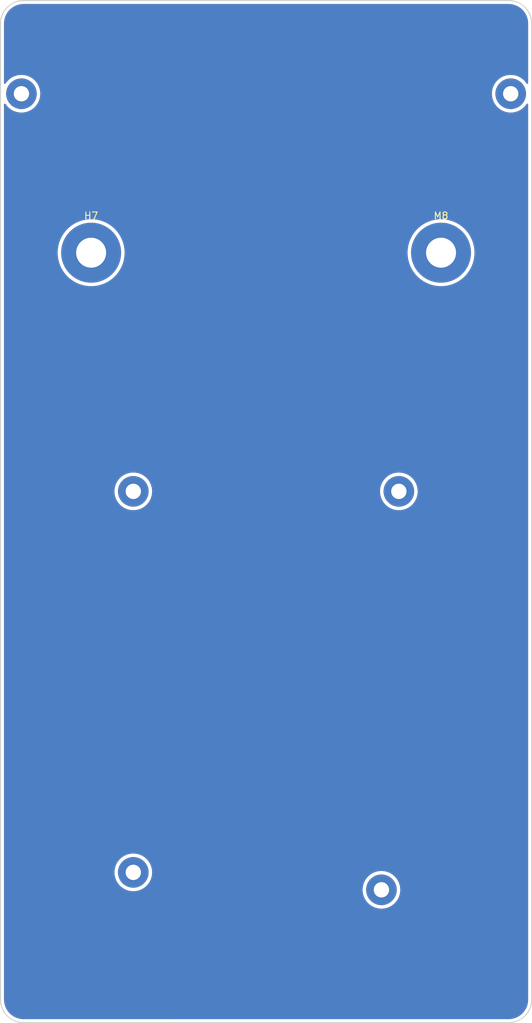
<source format=kicad_pcb>
(kicad_pcb (version 20211014) (generator pcbnew)
  (layers (0 "F.Cu" signal) (31 "B.Cu" signal) (34 "B.Paste" user) (35 "F.Paste" user) (36 "B.SilkS" user "B.Silkscreen") (37 "F.SilkS" user "F.Silkscreen") (38 "B.Mask" user) (39 "F.Mask" user) (44 "Edge.Cuts" user))
  (net 0 "")
  (footprint "MountingHole:MountingHole_2.2mm_M2_Pad" (layer "F.Cu") (at 143.200001 43.369999)
    (fp_text reference "H2")
    (fp_text value "MountingHole" hide)
    (pad "1" thru_hole circle (at 0 0) (size 4.4 4.4) (drill 2.2) (layers *.Cu *.Mask))
  )
  (footprint "MountingHole:MountingHole_2.2mm_M2_Pad" (layer "F.Cu") (at 89.05006 155.05)
    (fp_text reference "H5")
    (fp_text value "MountingHole" hide)
    (pad "1" thru_hole circle (at 0 0) (size 4.4 4.4) (drill 2.2) (layers *.Cu *.Mask))
  )
  (footprint "42keebs:42Keebs-icon-10mm-Mask" (layer "F.Cu") (at 108.2 43.3)
    (fp_text reference "LOGO1" hide)
    (fp_text value "42_Keebs_Logo" hide)
  )
  (footprint "MountingHole:MountingHole_2.2mm_M2_Pad" (layer "F.Cu") (at 127.15006 100.4)
    (fp_text reference "H4")
    (fp_text value "MountingHole" hide)
    (pad "1" thru_hole circle (at 0 0) (size 4.4 4.4) (drill 2.2) (layers *.Cu *.Mask))
  )
  (footprint "MountingHole:MountingHole_4.3mm_M4_Pad" (layer "F.Cu") (at 83 66.17)
    (fp_text reference "H7" (at 0 -5.3) (layer "F.SilkS"))
    (fp_text value "MountingHole_4.3mm_M4_Pad" hide)
    (pad "1" thru_hole circle (at 0 0) (size 8.6 8.6) (drill 4.3) (layers *.Cu *.Mask))
  )
  (footprint "MountingHole:MountingHole_2.2mm_M2_Pad" (layer "F.Cu") (at 124.65006 157.55)
    (fp_text reference "H6")
    (fp_text value "MountingHole" hide)
    (pad "1" thru_hole circle (at 0 0) (size 4.4 4.4) (drill 2.2) (layers *.Cu *.Mask))
  )
  (footprint "MountingHole:MountingHole_2.2mm_M2_Pad" (layer "F.Cu") (at 89.05006 100.4)
    (fp_text reference "H3")
    (fp_text value "MountingHole" hide)
    (pad "1" thru_hole circle (at 0 0) (size 4.4 4.4) (drill 2.2) (layers *.Cu *.Mask))
  )
  (footprint "MountingHole:MountingHole_4.3mm_M4_Pad" (layer "F.Cu") (at 133.2 66.17)
    (fp_text reference "M8" (at 0 -5.3) (layer "F.SilkS"))
    (fp_text value "MountingHole_4.3mm_M4_Pad" hide)
    (pad "1" thru_hole circle (at 0 0) (size 8.6 8.6) (drill 4.3) (layers *.Cu *.Mask))
  )
  (footprint "MountingHole:MountingHole_2.2mm_M2_Pad" (layer "F.Cu") (at 73 43.37)
    (fp_text reference "H1")
    (fp_text value "MountingHole" hide)
    (pad "1" thru_hole circle (at 0 0) (size 4.4 4.4) (drill 2.2) (layers *.Cu *.Mask))
  )
  (gr_arc (start 73.3 176.60044) (mid 70.966548 175.633892) (end 70 173.30044) (layer "Edge.Cuts") (width 0.15))
  (gr_line (start 73.3 176.60044) (end 142.9 176.6) (layer "Edge.Cuts") (width 0.15))
  (gr_line (start 146.2 33.3) (end 146.2 173.3) (layer "Edge.Cuts") (width 0.15))
  (gr_arc (start 142.899942 30) (mid 145.233394 30.966548) (end 146.199942 33.3) (layer "Edge.Cuts") (width 0.15))
  (gr_line (start 70 33.3) (end 70 173.30044) (layer "Edge.Cuts") (width 0.15))
  (gr_arc (start 70 33.3) (mid 70.966548 30.966548) (end 73.3 30) (layer "Edge.Cuts") (width 0.15))
  (gr_arc (start 146.2 173.3) (mid 145.233452 175.633452) (end 142.9 176.6) (layer "Edge.Cuts") (width 0.15))
  (gr_line (start 142.9 30) (end 73.3 30) (layer "Edge.Cuts") (width 0.15))
  (zone (net 0) (net_name "") (layers F&B.Cu) (connect_pads (clearance 0.5)) (min_thickness 0.254) (fill yes (thermal_gap 0.508) (thermal_bridge_width 0.508))
    (polygon (pts (xy 146.2 176.5834) (xy 70 176.5834) (xy 70 30) (xy 146.2 30)))
  )
)
</source>
